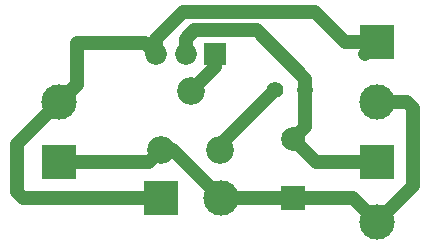
<source format=gbr>
G04 #@! TF.GenerationSoftware,KiCad,Pcbnew,(5.1.2)-2*
G04 #@! TF.CreationDate,2019-08-28T16:57:34+07:00*
G04 #@! TF.ProjectId,regulator_clock,72656775-6c61-4746-9f72-5f636c6f636b,rev?*
G04 #@! TF.SameCoordinates,Original*
G04 #@! TF.FileFunction,Copper,L2,Bot*
G04 #@! TF.FilePolarity,Positive*
%FSLAX46Y46*%
G04 Gerber Fmt 4.6, Leading zero omitted, Abs format (unit mm)*
G04 Created by KiCad (PCBNEW (5.1.2)-2) date 2019-08-28 16:57:34*
%MOMM*%
%LPD*%
G04 APERTURE LIST*
%ADD10C,1.850000*%
%ADD11R,1.850000X1.850000*%
%ADD12R,3.000000X3.000000*%
%ADD13C,3.000000*%
%ADD14C,2.000000*%
%ADD15R,2.000000X2.000000*%
%ADD16O,1.400000X1.400000*%
%ADD17C,1.400000*%
%ADD18C,2.340000*%
%ADD19C,1.200000*%
G04 APERTURE END LIST*
D10*
X97108000Y-75184000D03*
X99608000Y-75184000D03*
D11*
X102108000Y-75184000D03*
D12*
X97536000Y-87376000D03*
D13*
X102616000Y-87376000D03*
D14*
X108712000Y-82376000D03*
D15*
X108712000Y-87376000D03*
D13*
X88900000Y-79248000D03*
D12*
X88900000Y-84328000D03*
D13*
X115824000Y-79248000D03*
D12*
X115824000Y-74168000D03*
X115824000Y-84328000D03*
D13*
X115824000Y-89408000D03*
D16*
X109728000Y-78232000D03*
D17*
X107188000Y-78232000D03*
D18*
X97536000Y-83312000D03*
X100036000Y-78312000D03*
X102536000Y-83312000D03*
D19*
X90399999Y-77748001D02*
X90399999Y-74192001D01*
X88900000Y-79248000D02*
X90399999Y-77748001D01*
X88900000Y-79248000D02*
X85344000Y-82804000D01*
X85344000Y-82804000D02*
X85344000Y-86868000D01*
X85852000Y-87376000D02*
X97536000Y-87376000D01*
X85344000Y-86868000D02*
X85852000Y-87376000D01*
X114808000Y-75184000D02*
X115824000Y-74168000D01*
X96116001Y-74192001D02*
X97108000Y-75184000D01*
X90399999Y-74192001D02*
X96116001Y-74192001D01*
X113124000Y-74168000D02*
X110584000Y-71628000D01*
X115824000Y-74168000D02*
X113124000Y-74168000D01*
X97108000Y-73875853D02*
X97108000Y-75184000D01*
X99355853Y-71628000D02*
X97108000Y-73875853D01*
X110584000Y-71628000D02*
X99355853Y-71628000D01*
X96520000Y-84328000D02*
X97536000Y-83312000D01*
X88900000Y-84328000D02*
X96520000Y-84328000D01*
X98552000Y-83312000D02*
X102616000Y-87376000D01*
X97536000Y-83312000D02*
X98552000Y-83312000D01*
X115824000Y-79248000D02*
X118364000Y-79248000D01*
X118364000Y-79248000D02*
X118872000Y-79756000D01*
X118872000Y-86360000D02*
X115824000Y-89408000D01*
X118872000Y-79756000D02*
X118872000Y-86360000D01*
X102616000Y-87376000D02*
X108712000Y-87376000D01*
X113792000Y-87376000D02*
X115824000Y-89408000D01*
X108712000Y-87376000D02*
X113792000Y-87376000D01*
X110664000Y-84328000D02*
X108712000Y-82376000D01*
X115824000Y-84328000D02*
X110664000Y-84328000D01*
X109728000Y-81360000D02*
X108712000Y-82376000D01*
X109728000Y-78232000D02*
X109728000Y-81360000D01*
X109728000Y-77242051D02*
X109728000Y-78232000D01*
X105637949Y-73152000D02*
X109728000Y-77242051D01*
X100331853Y-73152000D02*
X105637949Y-73152000D01*
X99608000Y-75184000D02*
X99608000Y-73875853D01*
X99608000Y-73875853D02*
X100331853Y-73152000D01*
X102536000Y-82884000D02*
X107188000Y-78232000D01*
X102536000Y-83312000D02*
X102536000Y-82884000D01*
X102108000Y-76240000D02*
X100036000Y-78312000D01*
X102108000Y-75184000D02*
X102108000Y-76240000D01*
M02*

</source>
